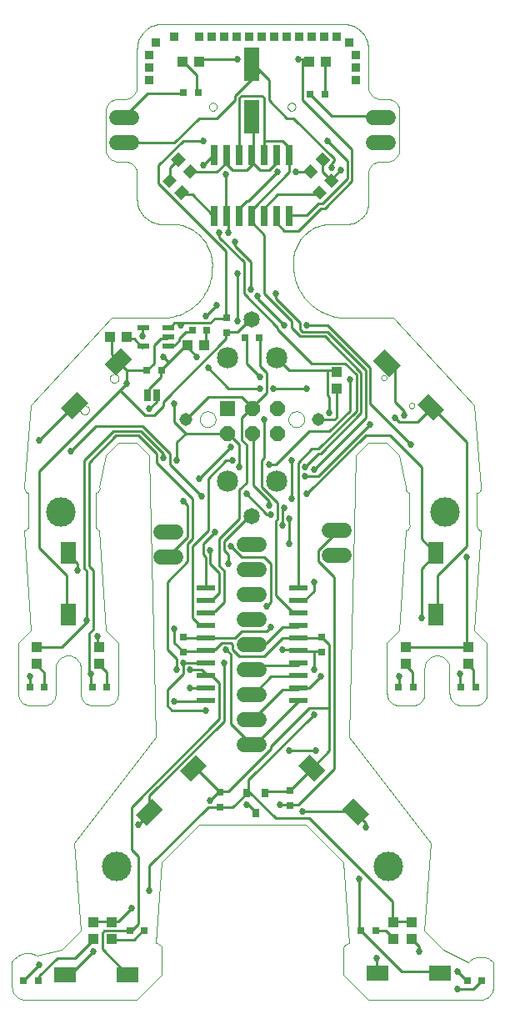
<source format=gtl>
G75*
%MOIN*%
%OFA0B0*%
%FSLAX24Y24*%
%IPPOS*%
%LPD*%
%AMOC8*
5,1,8,0,0,1.08239X$1,22.5*
%
%ADD10C,0.0000*%
%ADD11R,0.0315X0.0354*%
%ADD12R,0.0315X0.0315*%
%ADD13R,0.0780X0.0220*%
%ADD14C,0.1181*%
%ADD15R,0.0394X0.0433*%
%ADD16R,0.0600X0.0600*%
%ADD17OC8,0.0600*%
%ADD18R,0.0630X0.1378*%
%ADD19R,0.0906X0.0630*%
%ADD20R,0.0630X0.0906*%
%ADD21C,0.0650*%
%ADD22C,0.0850*%
%ADD23C,0.0515*%
%ADD24C,0.0600*%
%ADD25R,0.0433X0.0394*%
%ADD26R,0.0260X0.0800*%
%ADD27R,0.0472X0.0217*%
%ADD28R,0.0250X0.0500*%
%ADD29C,0.0090*%
%ADD30C,0.0270*%
%ADD31R,0.0356X0.0356*%
D10*
X000100Y000600D02*
X000100Y001600D01*
X000128Y001644D01*
X000160Y001685D01*
X000194Y001724D01*
X000231Y001761D01*
X000270Y001795D01*
X000312Y001826D01*
X000356Y001854D01*
X000402Y001878D01*
X000449Y001900D01*
X000498Y001918D01*
X000548Y001932D01*
X000599Y001943D01*
X000651Y001950D01*
X000703Y001954D01*
X000755Y001953D01*
X000806Y001949D01*
X000858Y001942D01*
X000909Y001930D01*
X000959Y001916D01*
X001007Y001897D01*
X001055Y001875D01*
X001100Y001850D01*
X002100Y002100D01*
X002850Y002850D01*
X002600Y006350D01*
X005850Y010600D01*
X005600Y021850D01*
X005100Y022350D01*
X004350Y022350D01*
X003850Y021850D01*
X003600Y020600D01*
X003605Y020573D01*
X003606Y020547D01*
X003604Y020520D01*
X003598Y020493D01*
X003589Y020468D01*
X003577Y020444D01*
X003561Y020422D01*
X003543Y020402D01*
X003523Y020384D01*
X003500Y020370D01*
X003476Y020358D01*
X003450Y020350D01*
X003450Y019100D01*
X003445Y019073D01*
X003444Y019047D01*
X003446Y019020D01*
X003452Y018993D01*
X003461Y018968D01*
X003473Y018944D01*
X003489Y018922D01*
X003507Y018902D01*
X003527Y018884D01*
X003550Y018870D01*
X003574Y018858D01*
X003600Y018850D01*
X003850Y014850D01*
X004350Y014350D01*
X004350Y012350D01*
X004348Y012306D01*
X004342Y012263D01*
X004333Y012221D01*
X004320Y012179D01*
X004303Y012139D01*
X004283Y012100D01*
X004260Y012063D01*
X004233Y012029D01*
X004204Y011996D01*
X004171Y011967D01*
X004137Y011940D01*
X004100Y011917D01*
X004061Y011897D01*
X004021Y011880D01*
X003979Y011867D01*
X003937Y011858D01*
X003894Y011852D01*
X003850Y011850D01*
X003350Y011850D01*
X003306Y011852D01*
X003263Y011858D01*
X003221Y011867D01*
X003179Y011880D01*
X003139Y011897D01*
X003100Y011917D01*
X003063Y011940D01*
X003029Y011967D01*
X002996Y011996D01*
X002967Y012029D01*
X002940Y012063D01*
X002917Y012100D01*
X002897Y012139D01*
X002880Y012179D01*
X002867Y012221D01*
X002858Y012263D01*
X002852Y012306D01*
X002850Y012350D01*
X002850Y013350D01*
X002350Y013850D02*
X002306Y013848D01*
X002263Y013842D01*
X002221Y013833D01*
X002179Y013820D01*
X002139Y013803D01*
X002100Y013783D01*
X002063Y013760D01*
X002029Y013733D01*
X001996Y013704D01*
X001967Y013671D01*
X001940Y013637D01*
X001917Y013600D01*
X001897Y013561D01*
X001880Y013521D01*
X001867Y013479D01*
X001858Y013437D01*
X001852Y013394D01*
X001850Y013350D01*
X001850Y012350D01*
X001848Y012306D01*
X001842Y012263D01*
X001833Y012221D01*
X001820Y012179D01*
X001803Y012139D01*
X001783Y012100D01*
X001760Y012063D01*
X001733Y012029D01*
X001704Y011996D01*
X001671Y011967D01*
X001637Y011940D01*
X001600Y011917D01*
X001561Y011897D01*
X001521Y011880D01*
X001479Y011867D01*
X001437Y011858D01*
X001394Y011852D01*
X001350Y011850D01*
X000850Y011850D01*
X000806Y011852D01*
X000763Y011858D01*
X000721Y011867D01*
X000679Y011880D01*
X000639Y011897D01*
X000600Y011917D01*
X000563Y011940D01*
X000529Y011967D01*
X000496Y011996D01*
X000467Y012029D01*
X000440Y012063D01*
X000417Y012100D01*
X000397Y012139D01*
X000380Y012179D01*
X000367Y012221D01*
X000358Y012263D01*
X000352Y012306D01*
X000350Y012350D01*
X000350Y014350D01*
X000850Y014850D01*
X000600Y018850D01*
X000626Y018858D01*
X000650Y018870D01*
X000673Y018884D01*
X000693Y018902D01*
X000711Y018922D01*
X000727Y018944D01*
X000739Y018968D01*
X000748Y018993D01*
X000754Y019020D01*
X000756Y019047D01*
X000755Y019073D01*
X000750Y019100D01*
X000750Y020350D01*
X000724Y020358D01*
X000700Y020370D01*
X000677Y020384D01*
X000657Y020402D01*
X000639Y020422D01*
X000623Y020444D01*
X000611Y020468D01*
X000602Y020493D01*
X000596Y020520D01*
X000594Y020547D01*
X000595Y020573D01*
X000600Y020600D01*
X000850Y023850D01*
X004100Y027350D01*
X006100Y027350D01*
X006187Y027352D01*
X006274Y027358D01*
X006361Y027367D01*
X006447Y027380D01*
X006533Y027397D01*
X006618Y027418D01*
X006701Y027443D01*
X006784Y027471D01*
X006865Y027502D01*
X006945Y027537D01*
X007023Y027576D01*
X007100Y027618D01*
X007175Y027663D01*
X007247Y027712D01*
X007318Y027763D01*
X007386Y027818D01*
X007451Y027875D01*
X007514Y027936D01*
X007575Y027999D01*
X007632Y028064D01*
X007687Y028132D01*
X007738Y028203D01*
X007787Y028275D01*
X007832Y028350D01*
X007874Y028427D01*
X007913Y028505D01*
X007948Y028585D01*
X007979Y028666D01*
X008007Y028749D01*
X008032Y028832D01*
X008053Y028917D01*
X008070Y029003D01*
X008083Y029089D01*
X008092Y029176D01*
X008098Y029263D01*
X008100Y029350D01*
X006600Y031100D02*
X006100Y031100D01*
X006040Y031102D01*
X005979Y031107D01*
X005920Y031116D01*
X005861Y031129D01*
X005802Y031145D01*
X005745Y031165D01*
X005690Y031188D01*
X005635Y031215D01*
X005583Y031244D01*
X005532Y031277D01*
X005483Y031313D01*
X005437Y031351D01*
X005393Y031393D01*
X005351Y031437D01*
X005313Y031483D01*
X005277Y031532D01*
X005244Y031583D01*
X005215Y031635D01*
X005188Y031690D01*
X005165Y031745D01*
X005145Y031802D01*
X005129Y031861D01*
X005116Y031920D01*
X005107Y031979D01*
X005102Y032040D01*
X005100Y032100D01*
X005100Y033100D01*
X005098Y033144D01*
X005092Y033187D01*
X005083Y033229D01*
X005070Y033271D01*
X005053Y033311D01*
X005033Y033350D01*
X005010Y033387D01*
X004983Y033421D01*
X004954Y033454D01*
X004921Y033483D01*
X004887Y033510D01*
X004850Y033533D01*
X004811Y033553D01*
X004771Y033570D01*
X004729Y033583D01*
X004687Y033592D01*
X004644Y033598D01*
X004600Y033600D01*
X004350Y033600D01*
X004306Y033602D01*
X004263Y033608D01*
X004221Y033617D01*
X004179Y033630D01*
X004139Y033647D01*
X004100Y033667D01*
X004063Y033690D01*
X004029Y033717D01*
X003996Y033746D01*
X003967Y033779D01*
X003940Y033813D01*
X003917Y033850D01*
X003897Y033889D01*
X003880Y033929D01*
X003867Y033971D01*
X003858Y034013D01*
X003852Y034056D01*
X003850Y034100D01*
X003850Y035600D01*
X003852Y035644D01*
X003858Y035687D01*
X003867Y035729D01*
X003880Y035771D01*
X003897Y035811D01*
X003917Y035850D01*
X003940Y035887D01*
X003967Y035921D01*
X003996Y035954D01*
X004029Y035983D01*
X004063Y036010D01*
X004100Y036033D01*
X004139Y036053D01*
X004179Y036070D01*
X004221Y036083D01*
X004263Y036092D01*
X004306Y036098D01*
X004350Y036100D01*
X004600Y036100D01*
X004644Y036102D01*
X004687Y036108D01*
X004729Y036117D01*
X004771Y036130D01*
X004811Y036147D01*
X004850Y036167D01*
X004887Y036190D01*
X004921Y036217D01*
X004954Y036246D01*
X004983Y036279D01*
X005010Y036313D01*
X005033Y036350D01*
X005053Y036389D01*
X005070Y036429D01*
X005083Y036471D01*
X005092Y036513D01*
X005098Y036556D01*
X005100Y036600D01*
X005100Y038100D01*
X005102Y038160D01*
X005107Y038221D01*
X005116Y038280D01*
X005129Y038339D01*
X005145Y038398D01*
X005165Y038455D01*
X005188Y038510D01*
X005215Y038565D01*
X005244Y038617D01*
X005277Y038668D01*
X005313Y038717D01*
X005351Y038763D01*
X005393Y038807D01*
X005437Y038849D01*
X005483Y038887D01*
X005532Y038923D01*
X005583Y038956D01*
X005635Y038985D01*
X005690Y039012D01*
X005745Y039035D01*
X005802Y039055D01*
X005861Y039071D01*
X005920Y039084D01*
X005979Y039093D01*
X006040Y039098D01*
X006100Y039100D01*
X013350Y039100D01*
X013410Y039098D01*
X013471Y039093D01*
X013530Y039084D01*
X013589Y039071D01*
X013648Y039055D01*
X013705Y039035D01*
X013760Y039012D01*
X013815Y038985D01*
X013867Y038956D01*
X013918Y038923D01*
X013967Y038887D01*
X014013Y038849D01*
X014057Y038807D01*
X014099Y038763D01*
X014137Y038717D01*
X014173Y038668D01*
X014206Y038617D01*
X014235Y038565D01*
X014262Y038510D01*
X014285Y038455D01*
X014305Y038398D01*
X014321Y038339D01*
X014334Y038280D01*
X014343Y038221D01*
X014348Y038160D01*
X014350Y038100D01*
X014350Y036600D01*
X014352Y036556D01*
X014358Y036513D01*
X014367Y036471D01*
X014380Y036429D01*
X014397Y036389D01*
X014417Y036350D01*
X014440Y036313D01*
X014467Y036279D01*
X014496Y036246D01*
X014529Y036217D01*
X014563Y036190D01*
X014600Y036167D01*
X014639Y036147D01*
X014679Y036130D01*
X014721Y036117D01*
X014763Y036108D01*
X014806Y036102D01*
X014850Y036100D01*
X015100Y036100D01*
X015144Y036098D01*
X015187Y036092D01*
X015229Y036083D01*
X015271Y036070D01*
X015311Y036053D01*
X015350Y036033D01*
X015387Y036010D01*
X015421Y035983D01*
X015454Y035954D01*
X015483Y035921D01*
X015510Y035887D01*
X015533Y035850D01*
X015553Y035811D01*
X015570Y035771D01*
X015583Y035729D01*
X015592Y035687D01*
X015598Y035644D01*
X015600Y035600D01*
X015600Y034100D01*
X015598Y034056D01*
X015592Y034013D01*
X015583Y033971D01*
X015570Y033929D01*
X015553Y033889D01*
X015533Y033850D01*
X015510Y033813D01*
X015483Y033779D01*
X015454Y033746D01*
X015421Y033717D01*
X015387Y033690D01*
X015350Y033667D01*
X015311Y033647D01*
X015271Y033630D01*
X015229Y033617D01*
X015187Y033608D01*
X015144Y033602D01*
X015100Y033600D01*
X014850Y033600D01*
X014806Y033598D01*
X014763Y033592D01*
X014721Y033583D01*
X014679Y033570D01*
X014639Y033553D01*
X014600Y033533D01*
X014563Y033510D01*
X014529Y033483D01*
X014496Y033454D01*
X014467Y033421D01*
X014440Y033387D01*
X014417Y033350D01*
X014397Y033311D01*
X014380Y033271D01*
X014367Y033229D01*
X014358Y033187D01*
X014352Y033144D01*
X014350Y033100D01*
X014350Y032100D01*
X013600Y031100D02*
X012850Y031100D01*
X013600Y031100D02*
X013657Y031110D01*
X013713Y031124D01*
X013768Y031141D01*
X013822Y031162D01*
X013875Y031187D01*
X013925Y031214D01*
X013974Y031245D01*
X014021Y031280D01*
X014065Y031317D01*
X014107Y031357D01*
X014146Y031399D01*
X014182Y031445D01*
X014215Y031492D01*
X014245Y031541D01*
X014272Y031593D01*
X014295Y031646D01*
X014315Y031700D01*
X014331Y031756D01*
X014344Y031812D01*
X014353Y031869D01*
X014358Y031927D01*
X014359Y031985D01*
X014356Y032043D01*
X014350Y032100D01*
X011350Y029600D02*
X011346Y029510D01*
X011347Y029419D01*
X011351Y029329D01*
X011359Y029239D01*
X011371Y029149D01*
X011387Y029060D01*
X011406Y028972D01*
X011429Y028885D01*
X011456Y028799D01*
X011487Y028713D01*
X011521Y028630D01*
X011559Y028548D01*
X011600Y028467D01*
X011644Y028388D01*
X011692Y028312D01*
X011743Y028237D01*
X011797Y028165D01*
X011854Y028095D01*
X011914Y028027D01*
X011977Y027962D01*
X012043Y027900D01*
X012111Y027841D01*
X012181Y027784D01*
X012254Y027731D01*
X012329Y027681D01*
X012407Y027634D01*
X012486Y027590D01*
X012567Y027550D01*
X012649Y027513D01*
X012733Y027479D01*
X012818Y027450D01*
X012905Y027424D01*
X012993Y027401D01*
X013081Y027383D01*
X013170Y027368D01*
X013260Y027357D01*
X013350Y027350D01*
X015350Y027350D01*
X018600Y023850D01*
X018850Y020600D01*
X018855Y020573D01*
X018856Y020547D01*
X018854Y020520D01*
X018848Y020493D01*
X018839Y020468D01*
X018827Y020444D01*
X018811Y020422D01*
X018793Y020402D01*
X018773Y020384D01*
X018750Y020370D01*
X018726Y020358D01*
X018700Y020350D01*
X018700Y019100D01*
X018695Y019073D01*
X018694Y019047D01*
X018696Y019020D01*
X018702Y018993D01*
X018711Y018968D01*
X018723Y018944D01*
X018739Y018922D01*
X018757Y018902D01*
X018777Y018884D01*
X018800Y018870D01*
X018824Y018858D01*
X018850Y018850D01*
X018600Y014850D01*
X019100Y014350D01*
X019100Y012350D01*
X019098Y012306D01*
X019092Y012263D01*
X019083Y012221D01*
X019070Y012179D01*
X019053Y012139D01*
X019033Y012100D01*
X019010Y012063D01*
X018983Y012029D01*
X018954Y011996D01*
X018921Y011967D01*
X018887Y011940D01*
X018850Y011917D01*
X018811Y011897D01*
X018771Y011880D01*
X018729Y011867D01*
X018687Y011858D01*
X018644Y011852D01*
X018600Y011850D01*
X018100Y011850D01*
X018056Y011852D01*
X018013Y011858D01*
X017971Y011867D01*
X017929Y011880D01*
X017889Y011897D01*
X017850Y011917D01*
X017813Y011940D01*
X017779Y011967D01*
X017746Y011996D01*
X017717Y012029D01*
X017690Y012063D01*
X017667Y012100D01*
X017647Y012139D01*
X017630Y012179D01*
X017617Y012221D01*
X017608Y012263D01*
X017602Y012306D01*
X017600Y012350D01*
X017600Y013350D01*
X017598Y013394D01*
X017592Y013437D01*
X017583Y013479D01*
X017570Y013521D01*
X017553Y013561D01*
X017533Y013600D01*
X017510Y013637D01*
X017483Y013671D01*
X017454Y013704D01*
X017421Y013733D01*
X017387Y013760D01*
X017350Y013783D01*
X017311Y013803D01*
X017271Y013820D01*
X017229Y013833D01*
X017187Y013842D01*
X017144Y013848D01*
X017100Y013850D01*
X017056Y013848D01*
X017013Y013842D01*
X016971Y013833D01*
X016929Y013820D01*
X016889Y013803D01*
X016850Y013783D01*
X016813Y013760D01*
X016779Y013733D01*
X016746Y013704D01*
X016717Y013671D01*
X016690Y013637D01*
X016667Y013600D01*
X016647Y013561D01*
X016630Y013521D01*
X016617Y013479D01*
X016608Y013437D01*
X016602Y013394D01*
X016600Y013350D01*
X016600Y012350D01*
X016598Y012306D01*
X016592Y012263D01*
X016583Y012221D01*
X016570Y012179D01*
X016553Y012139D01*
X016533Y012100D01*
X016510Y012063D01*
X016483Y012029D01*
X016454Y011996D01*
X016421Y011967D01*
X016387Y011940D01*
X016350Y011917D01*
X016311Y011897D01*
X016271Y011880D01*
X016229Y011867D01*
X016187Y011858D01*
X016144Y011852D01*
X016100Y011850D01*
X015600Y011850D01*
X015556Y011852D01*
X015513Y011858D01*
X015471Y011867D01*
X015429Y011880D01*
X015389Y011897D01*
X015350Y011917D01*
X015313Y011940D01*
X015279Y011967D01*
X015246Y011996D01*
X015217Y012029D01*
X015190Y012063D01*
X015167Y012100D01*
X015147Y012139D01*
X015130Y012179D01*
X015117Y012221D01*
X015108Y012263D01*
X015102Y012306D01*
X015100Y012350D01*
X015100Y014350D01*
X015600Y014850D01*
X015850Y018850D01*
X015876Y018858D01*
X015900Y018870D01*
X015923Y018884D01*
X015943Y018902D01*
X015961Y018922D01*
X015977Y018944D01*
X015989Y018968D01*
X015998Y018993D01*
X016004Y019020D01*
X016006Y019047D01*
X016005Y019073D01*
X016000Y019100D01*
X016000Y020350D01*
X015974Y020358D01*
X015950Y020370D01*
X015927Y020384D01*
X015907Y020402D01*
X015889Y020422D01*
X015873Y020444D01*
X015861Y020468D01*
X015852Y020493D01*
X015846Y020520D01*
X015844Y020547D01*
X015845Y020573D01*
X015850Y020600D01*
X015600Y021850D01*
X015100Y022350D01*
X014350Y022350D01*
X013850Y021850D01*
X013600Y010600D01*
X016850Y006350D01*
X016600Y002850D01*
X017350Y002100D01*
X018350Y001600D01*
X018387Y001634D01*
X018426Y001666D01*
X018468Y001695D01*
X018511Y001721D01*
X018556Y001743D01*
X018603Y001762D01*
X018651Y001778D01*
X018700Y001791D01*
X018749Y001800D01*
X018800Y001805D01*
X018850Y001807D01*
X018900Y001805D01*
X018951Y001800D01*
X019000Y001791D01*
X019049Y001778D01*
X019097Y001762D01*
X019144Y001743D01*
X019189Y001721D01*
X019232Y001695D01*
X019274Y001666D01*
X019313Y001634D01*
X019350Y001600D01*
X019350Y000600D01*
X019348Y000556D01*
X019342Y000513D01*
X019333Y000471D01*
X019320Y000429D01*
X019303Y000389D01*
X019283Y000350D01*
X019260Y000313D01*
X019233Y000279D01*
X019204Y000246D01*
X019171Y000217D01*
X019137Y000190D01*
X019100Y000167D01*
X019061Y000147D01*
X019021Y000130D01*
X018979Y000117D01*
X018937Y000108D01*
X018894Y000102D01*
X018850Y000100D01*
X014350Y000100D01*
X013350Y001100D01*
X013350Y002100D01*
X013352Y002130D01*
X013357Y002160D01*
X013366Y002189D01*
X013379Y002216D01*
X013394Y002242D01*
X013413Y002266D01*
X013434Y002287D01*
X013458Y002306D01*
X013484Y002321D01*
X013511Y002334D01*
X013540Y002343D01*
X013570Y002348D01*
X013600Y002350D01*
X013350Y005600D01*
X011850Y007100D01*
X007600Y007100D01*
X006100Y005600D01*
X005850Y002350D01*
X005880Y002348D01*
X005910Y002343D01*
X005939Y002334D01*
X005966Y002321D01*
X005992Y002306D01*
X006016Y002287D01*
X006037Y002266D01*
X006056Y002242D01*
X006071Y002216D01*
X006084Y002189D01*
X006093Y002160D01*
X006098Y002130D01*
X006100Y002100D01*
X006100Y001100D01*
X005100Y000100D01*
X000600Y000100D01*
X000556Y000102D01*
X000513Y000108D01*
X000471Y000117D01*
X000429Y000130D01*
X000389Y000147D01*
X000350Y000167D01*
X000313Y000190D01*
X000279Y000217D01*
X000246Y000246D01*
X000217Y000279D01*
X000190Y000313D01*
X000167Y000350D01*
X000147Y000389D01*
X000130Y000429D01*
X000117Y000471D01*
X000108Y000513D01*
X000102Y000556D01*
X000100Y000600D01*
X002850Y013350D02*
X002848Y013394D01*
X002842Y013437D01*
X002833Y013479D01*
X002820Y013521D01*
X002803Y013561D01*
X002783Y013600D01*
X002760Y013637D01*
X002733Y013671D01*
X002704Y013704D01*
X002671Y013733D01*
X002637Y013760D01*
X002600Y013783D01*
X002561Y013803D01*
X002521Y013820D01*
X002479Y013833D01*
X002437Y013842D01*
X002394Y013848D01*
X002350Y013850D01*
X002832Y023667D02*
X002834Y023693D01*
X002840Y023719D01*
X002850Y023744D01*
X002863Y023767D01*
X002879Y023787D01*
X002899Y023805D01*
X002921Y023820D01*
X002944Y023832D01*
X002970Y023840D01*
X002996Y023844D01*
X003022Y023844D01*
X003048Y023840D01*
X003074Y023832D01*
X003098Y023820D01*
X003119Y023805D01*
X003139Y023787D01*
X003155Y023767D01*
X003168Y023744D01*
X003178Y023719D01*
X003184Y023693D01*
X003186Y023667D01*
X003184Y023641D01*
X003178Y023615D01*
X003168Y023590D01*
X003155Y023567D01*
X003139Y023547D01*
X003119Y023529D01*
X003097Y023514D01*
X003074Y023502D01*
X003048Y023494D01*
X003022Y023490D01*
X002996Y023490D01*
X002970Y023494D01*
X002944Y023502D01*
X002920Y023514D01*
X002899Y023529D01*
X002879Y023547D01*
X002863Y023567D01*
X002850Y023590D01*
X002840Y023615D01*
X002834Y023641D01*
X002832Y023667D01*
X004014Y024933D02*
X004016Y024959D01*
X004022Y024985D01*
X004032Y025010D01*
X004045Y025033D01*
X004061Y025053D01*
X004081Y025071D01*
X004103Y025086D01*
X004126Y025098D01*
X004152Y025106D01*
X004178Y025110D01*
X004204Y025110D01*
X004230Y025106D01*
X004256Y025098D01*
X004280Y025086D01*
X004301Y025071D01*
X004321Y025053D01*
X004337Y025033D01*
X004350Y025010D01*
X004360Y024985D01*
X004366Y024959D01*
X004368Y024933D01*
X004366Y024907D01*
X004360Y024881D01*
X004350Y024856D01*
X004337Y024833D01*
X004321Y024813D01*
X004301Y024795D01*
X004279Y024780D01*
X004256Y024768D01*
X004230Y024760D01*
X004204Y024756D01*
X004178Y024756D01*
X004152Y024760D01*
X004126Y024768D01*
X004102Y024780D01*
X004081Y024795D01*
X004061Y024813D01*
X004045Y024833D01*
X004032Y024856D01*
X004022Y024881D01*
X004016Y024907D01*
X004014Y024933D01*
X008100Y029350D02*
X008104Y029430D01*
X008105Y029510D01*
X008101Y029590D01*
X008093Y029669D01*
X008082Y029749D01*
X008067Y029827D01*
X008047Y029905D01*
X008024Y029981D01*
X007998Y030057D01*
X007967Y030131D01*
X007933Y030203D01*
X007896Y030274D01*
X007855Y030343D01*
X007811Y030409D01*
X007763Y030474D01*
X007713Y030536D01*
X007659Y030595D01*
X007603Y030652D01*
X007544Y030706D01*
X007482Y030757D01*
X007418Y030805D01*
X007351Y030849D01*
X007283Y030891D01*
X007212Y030929D01*
X007140Y030963D01*
X007066Y030994D01*
X006991Y031021D01*
X006915Y031045D01*
X006837Y031064D01*
X006759Y031080D01*
X006680Y031092D01*
X006600Y031100D01*
X007973Y035788D02*
X007975Y035813D01*
X007981Y035837D01*
X007990Y035859D01*
X008003Y035880D01*
X008019Y035899D01*
X008038Y035915D01*
X008059Y035928D01*
X008081Y035937D01*
X008105Y035943D01*
X008130Y035945D01*
X008155Y035943D01*
X008179Y035937D01*
X008201Y035928D01*
X008222Y035915D01*
X008241Y035899D01*
X008257Y035880D01*
X008270Y035859D01*
X008279Y035837D01*
X008285Y035813D01*
X008287Y035788D01*
X008285Y035763D01*
X008279Y035739D01*
X008270Y035717D01*
X008257Y035696D01*
X008241Y035677D01*
X008222Y035661D01*
X008201Y035648D01*
X008179Y035639D01*
X008155Y035633D01*
X008130Y035631D01*
X008105Y035633D01*
X008081Y035639D01*
X008059Y035648D01*
X008038Y035661D01*
X008019Y035677D01*
X008003Y035696D01*
X007990Y035717D01*
X007981Y035739D01*
X007975Y035763D01*
X007973Y035788D01*
X011123Y035788D02*
X011125Y035813D01*
X011131Y035837D01*
X011140Y035859D01*
X011153Y035880D01*
X011169Y035899D01*
X011188Y035915D01*
X011209Y035928D01*
X011231Y035937D01*
X011255Y035943D01*
X011280Y035945D01*
X011305Y035943D01*
X011329Y035937D01*
X011351Y035928D01*
X011372Y035915D01*
X011391Y035899D01*
X011407Y035880D01*
X011420Y035859D01*
X011429Y035837D01*
X011435Y035813D01*
X011437Y035788D01*
X011435Y035763D01*
X011429Y035739D01*
X011420Y035717D01*
X011407Y035696D01*
X011391Y035677D01*
X011372Y035661D01*
X011351Y035648D01*
X011329Y035639D01*
X011305Y035633D01*
X011280Y035631D01*
X011255Y035633D01*
X011231Y035639D01*
X011209Y035648D01*
X011188Y035661D01*
X011169Y035677D01*
X011153Y035696D01*
X011140Y035717D01*
X011131Y035739D01*
X011125Y035763D01*
X011123Y035788D01*
X012850Y031100D02*
X012774Y031098D01*
X012698Y031092D01*
X012623Y031083D01*
X012548Y031069D01*
X012474Y031052D01*
X012401Y031031D01*
X012329Y031007D01*
X012258Y030978D01*
X012189Y030947D01*
X012122Y030912D01*
X012057Y030873D01*
X011993Y030831D01*
X011932Y030786D01*
X011873Y030738D01*
X011817Y030687D01*
X011763Y030633D01*
X011712Y030577D01*
X011664Y030518D01*
X011619Y030457D01*
X011577Y030393D01*
X011538Y030328D01*
X011503Y030261D01*
X011472Y030192D01*
X011443Y030121D01*
X011419Y030049D01*
X011398Y029976D01*
X011381Y029902D01*
X011367Y029827D01*
X011358Y029752D01*
X011352Y029676D01*
X011350Y029600D01*
X011157Y023300D02*
X011159Y023335D01*
X011165Y023370D01*
X011175Y023404D01*
X011188Y023437D01*
X011205Y023468D01*
X011226Y023496D01*
X011249Y023523D01*
X011276Y023546D01*
X011304Y023567D01*
X011335Y023584D01*
X011368Y023597D01*
X011402Y023607D01*
X011437Y023613D01*
X011472Y023615D01*
X011507Y023613D01*
X011542Y023607D01*
X011576Y023597D01*
X011609Y023584D01*
X011640Y023567D01*
X011668Y023546D01*
X011695Y023523D01*
X011718Y023496D01*
X011739Y023468D01*
X011756Y023437D01*
X011769Y023404D01*
X011779Y023370D01*
X011785Y023335D01*
X011787Y023300D01*
X011785Y023265D01*
X011779Y023230D01*
X011769Y023196D01*
X011756Y023163D01*
X011739Y023132D01*
X011718Y023104D01*
X011695Y023077D01*
X011668Y023054D01*
X011640Y023033D01*
X011609Y023016D01*
X011576Y023003D01*
X011542Y022993D01*
X011507Y022987D01*
X011472Y022985D01*
X011437Y022987D01*
X011402Y022993D01*
X011368Y023003D01*
X011335Y023016D01*
X011304Y023033D01*
X011276Y023054D01*
X011249Y023077D01*
X011226Y023104D01*
X011205Y023132D01*
X011188Y023163D01*
X011175Y023196D01*
X011165Y023230D01*
X011159Y023265D01*
X011157Y023300D01*
X007613Y023300D02*
X007615Y023335D01*
X007621Y023370D01*
X007631Y023404D01*
X007644Y023437D01*
X007661Y023468D01*
X007682Y023496D01*
X007705Y023523D01*
X007732Y023546D01*
X007760Y023567D01*
X007791Y023584D01*
X007824Y023597D01*
X007858Y023607D01*
X007893Y023613D01*
X007928Y023615D01*
X007963Y023613D01*
X007998Y023607D01*
X008032Y023597D01*
X008065Y023584D01*
X008096Y023567D01*
X008124Y023546D01*
X008151Y023523D01*
X008174Y023496D01*
X008195Y023468D01*
X008212Y023437D01*
X008225Y023404D01*
X008235Y023370D01*
X008241Y023335D01*
X008243Y023300D01*
X008241Y023265D01*
X008235Y023230D01*
X008225Y023196D01*
X008212Y023163D01*
X008195Y023132D01*
X008174Y023104D01*
X008151Y023077D01*
X008124Y023054D01*
X008096Y023033D01*
X008065Y023016D01*
X008032Y023003D01*
X007998Y022993D01*
X007963Y022987D01*
X007928Y022985D01*
X007893Y022987D01*
X007858Y022993D01*
X007824Y023003D01*
X007791Y023016D01*
X007760Y023033D01*
X007732Y023054D01*
X007705Y023077D01*
X007682Y023104D01*
X007661Y023132D01*
X007644Y023163D01*
X007631Y023196D01*
X007621Y023230D01*
X007615Y023265D01*
X007613Y023300D01*
X014867Y024958D02*
X014869Y024978D01*
X014875Y024998D01*
X014884Y025016D01*
X014897Y025033D01*
X014912Y025046D01*
X014930Y025056D01*
X014950Y025063D01*
X014970Y025066D01*
X014990Y025065D01*
X015010Y025060D01*
X015029Y025052D01*
X015046Y025040D01*
X015060Y025025D01*
X015071Y025007D01*
X015079Y024988D01*
X015083Y024968D01*
X015083Y024948D01*
X015079Y024928D01*
X015071Y024909D01*
X015060Y024891D01*
X015046Y024876D01*
X015029Y024864D01*
X015010Y024856D01*
X014990Y024851D01*
X014970Y024850D01*
X014950Y024853D01*
X014930Y024860D01*
X014912Y024870D01*
X014897Y024883D01*
X014884Y024900D01*
X014875Y024918D01*
X014869Y024938D01*
X014867Y024958D01*
X015980Y023845D02*
X015982Y023865D01*
X015988Y023885D01*
X015997Y023903D01*
X016010Y023920D01*
X016025Y023933D01*
X016043Y023943D01*
X016063Y023950D01*
X016083Y023953D01*
X016103Y023952D01*
X016123Y023947D01*
X016142Y023939D01*
X016159Y023927D01*
X016173Y023912D01*
X016184Y023894D01*
X016192Y023875D01*
X016196Y023855D01*
X016196Y023835D01*
X016192Y023815D01*
X016184Y023796D01*
X016173Y023778D01*
X016159Y023763D01*
X016142Y023751D01*
X016123Y023743D01*
X016103Y023738D01*
X016083Y023737D01*
X016063Y023740D01*
X016043Y023747D01*
X016025Y023757D01*
X016010Y023770D01*
X015997Y023787D01*
X015988Y023805D01*
X015982Y023825D01*
X015980Y023845D01*
D11*
X010224Y008369D03*
X009850Y007542D03*
X009476Y008369D03*
D12*
X008413Y008400D03*
X008413Y007800D03*
X011225Y007863D03*
X011225Y008463D03*
X012500Y014000D03*
X012500Y014600D03*
X015555Y012600D03*
X016145Y012600D03*
X018055Y012600D03*
X018645Y012600D03*
X014645Y002850D03*
X014055Y002850D03*
X018305Y000850D03*
X018895Y000850D03*
X006950Y014000D03*
X006950Y014600D03*
X003895Y012600D03*
X003305Y012600D03*
X001395Y012600D03*
X000805Y012600D03*
X004805Y002850D03*
X005395Y002850D03*
X001145Y000850D03*
X000555Y000850D03*
X005500Y025250D03*
X006100Y025250D03*
X007305Y026850D03*
X007895Y026850D03*
X008700Y026750D03*
X008700Y027350D03*
X009405Y026550D03*
X009995Y026550D03*
X012017Y036288D03*
X012608Y036288D03*
X007545Y036350D03*
X006955Y036350D03*
D13*
X007863Y016550D03*
X007863Y016050D03*
X007863Y015550D03*
X007863Y015050D03*
X007863Y014550D03*
X007863Y014050D03*
X007863Y013550D03*
X007863Y013050D03*
X007863Y012550D03*
X007863Y012050D03*
X011563Y012050D03*
X011563Y012550D03*
X011563Y013050D03*
X011563Y013550D03*
X011563Y014050D03*
X011563Y014550D03*
X011563Y015050D03*
X011563Y015550D03*
X011563Y016050D03*
X011563Y016550D03*
D14*
X017413Y019600D03*
X015163Y005413D03*
X004288Y005413D03*
X002038Y019600D03*
D15*
X004015Y026600D03*
X004685Y026600D03*
X007115Y026250D03*
X007785Y026250D03*
G36*
X006890Y032655D02*
X007169Y032376D01*
X006864Y032071D01*
X006585Y032350D01*
X006890Y032655D01*
G37*
G36*
X006416Y033129D02*
X006695Y032850D01*
X006390Y032545D01*
X006111Y032824D01*
X006416Y033129D01*
G37*
G36*
X006740Y033395D02*
X006461Y033674D01*
X006766Y033979D01*
X007045Y033700D01*
X006740Y033395D01*
G37*
G36*
X007214Y032921D02*
X006935Y033200D01*
X007240Y033505D01*
X007519Y033226D01*
X007214Y032921D01*
G37*
X006915Y037600D03*
X007585Y037600D03*
X011978Y037600D03*
X012647Y037600D03*
G36*
X012819Y033674D02*
X012540Y033395D01*
X012235Y033700D01*
X012514Y033979D01*
X012819Y033674D01*
G37*
G36*
X013169Y032824D02*
X012890Y032545D01*
X012585Y032850D01*
X012864Y033129D01*
X013169Y032824D01*
G37*
G36*
X012695Y032350D02*
X012416Y032071D01*
X012111Y032376D01*
X012390Y032655D01*
X012695Y032350D01*
G37*
G36*
X012345Y033200D02*
X012066Y032921D01*
X011761Y033226D01*
X012040Y033505D01*
X012345Y033200D01*
G37*
D16*
X008728Y023738D03*
D17*
X008728Y022738D03*
X009728Y022738D03*
X009728Y023738D03*
X010728Y023738D03*
X010728Y022738D03*
D18*
X009688Y035375D03*
X009688Y037500D03*
D19*
G36*
X003809Y025505D02*
X004449Y026145D01*
X004895Y025699D01*
X004255Y025059D01*
X003809Y025505D01*
G37*
G36*
X002055Y023751D02*
X002695Y024391D01*
X003141Y023945D01*
X002501Y023305D01*
X002055Y023751D01*
G37*
G36*
X006809Y009255D02*
X007449Y009895D01*
X007895Y009449D01*
X007255Y008809D01*
X006809Y009255D01*
G37*
G36*
X005055Y007501D02*
X005695Y008141D01*
X006141Y007695D01*
X005501Y007055D01*
X005055Y007501D01*
G37*
X004715Y001100D03*
X002235Y001100D03*
G36*
X012195Y008821D02*
X011555Y009461D01*
X012001Y009907D01*
X012641Y009267D01*
X012195Y008821D01*
G37*
G36*
X013949Y007068D02*
X013309Y007708D01*
X013755Y008154D01*
X014395Y007514D01*
X013949Y007068D01*
G37*
X014735Y001163D03*
X017215Y001163D03*
G36*
X016755Y024329D02*
X017395Y023689D01*
X016949Y023243D01*
X016309Y023883D01*
X016755Y024329D01*
G37*
G36*
X015001Y026082D02*
X015641Y025442D01*
X015195Y024996D01*
X014555Y025636D01*
X015001Y026082D01*
G37*
D20*
X017038Y017965D03*
X017038Y015485D03*
X002350Y015485D03*
X002350Y017965D03*
D21*
X009700Y019426D03*
X009700Y027300D03*
D22*
X010684Y025761D03*
X008716Y025761D03*
X008716Y020839D03*
X010684Y020839D03*
D23*
X012357Y023300D03*
X007043Y023300D03*
D24*
X006650Y018800D02*
X006050Y018800D01*
X006050Y017800D02*
X006650Y017800D01*
X009400Y017300D02*
X010000Y017300D01*
X010000Y018300D02*
X009400Y018300D01*
X009400Y016300D02*
X010000Y016300D01*
X010000Y015300D02*
X009400Y015300D01*
X009400Y014300D02*
X010000Y014300D01*
X010000Y013300D02*
X009400Y013300D01*
X009400Y012300D02*
X010000Y012300D01*
X010000Y011300D02*
X009400Y011300D01*
X009400Y010300D02*
X010000Y010300D01*
X012800Y017850D02*
X013400Y017850D01*
X013400Y018850D02*
X012800Y018850D01*
X014550Y034350D02*
X015150Y034350D01*
X015150Y035350D02*
X014550Y035350D01*
X004900Y035350D02*
X004300Y035350D01*
X004300Y034350D02*
X004900Y034350D01*
D25*
X013100Y025185D03*
X013100Y024515D03*
X015850Y014185D03*
X015850Y013515D03*
X018350Y013515D03*
X018350Y014185D03*
X016100Y003185D03*
X016100Y002515D03*
X015350Y002515D03*
X015350Y003185D03*
X004100Y003185D03*
X004100Y002515D03*
X003350Y002515D03*
X003350Y003185D03*
X003600Y013515D03*
X003600Y014185D03*
X001100Y014185D03*
X001100Y013515D03*
D26*
X008190Y031440D03*
X008690Y031440D03*
X009190Y031440D03*
X009690Y031440D03*
X010190Y031440D03*
X010690Y031440D03*
X011190Y031440D03*
X011190Y033860D03*
X010690Y033860D03*
X010190Y033860D03*
X009690Y033860D03*
X009190Y033860D03*
X008690Y033860D03*
X008190Y033860D03*
D27*
X006362Y026974D03*
X006362Y026600D03*
X006362Y026226D03*
X005338Y026226D03*
X005338Y026974D03*
D28*
X005523Y024250D03*
X005877Y024250D03*
D29*
X005870Y024180D01*
X005870Y024000D01*
X005600Y023730D01*
X005420Y023460D02*
X004430Y024450D01*
X001190Y021210D01*
X001190Y018150D01*
X002270Y017070D01*
X002270Y015540D01*
X002350Y015485D01*
X003080Y015270D02*
X003080Y017250D01*
X002990Y017340D01*
X002990Y021660D01*
X004160Y022830D01*
X005240Y022830D01*
X006140Y021930D01*
X006140Y021750D01*
X005870Y021930D02*
X005150Y022650D01*
X004250Y022650D01*
X003170Y021570D01*
X003170Y017430D01*
X003350Y017250D01*
X003350Y014910D01*
X003170Y014730D01*
X003170Y013200D01*
X003260Y013110D01*
X003260Y012660D01*
X003305Y012600D01*
X003890Y012660D02*
X003895Y012600D01*
X003890Y012660D02*
X003890Y013200D01*
X003620Y013470D01*
X003600Y013515D01*
X003600Y014185D02*
X003530Y014190D01*
X003530Y014640D01*
X003080Y015180D02*
X003080Y015270D01*
X003080Y015180D02*
X002090Y014190D01*
X001100Y014190D01*
X001100Y014185D01*
X001100Y013515D02*
X001100Y013470D01*
X001370Y013200D01*
X001370Y012660D01*
X001395Y012600D01*
X000830Y012660D02*
X000805Y012600D01*
X000830Y012660D02*
X000830Y013020D01*
X002720Y017250D02*
X002720Y017520D01*
X002360Y017880D01*
X002350Y017965D01*
X002450Y022020D02*
X003440Y023010D01*
X005330Y023010D01*
X006410Y021930D01*
X006410Y021480D01*
X007670Y020220D01*
X007310Y020130D02*
X005870Y021570D01*
X005870Y021930D01*
X006680Y021660D02*
X006680Y022380D01*
X007040Y022740D01*
X008660Y022740D01*
X008728Y022738D01*
X008750Y022740D01*
X009200Y022290D01*
X009200Y021390D01*
X008930Y021660D02*
X008660Y021660D01*
X007940Y020940D01*
X007940Y018870D01*
X007310Y018240D01*
X007310Y015360D01*
X007580Y015090D01*
X007850Y015090D01*
X007863Y015050D01*
X007863Y014550D02*
X009020Y014550D01*
X009290Y014820D01*
X010280Y014820D01*
X010460Y015000D01*
X010910Y015000D02*
X010280Y014370D01*
X009740Y014370D01*
X009700Y014300D01*
X010190Y013830D02*
X010910Y014550D01*
X011563Y014550D01*
X012440Y014550D01*
X012500Y014600D01*
X012530Y014550D01*
X012800Y014280D01*
X012800Y011760D01*
X011990Y011760D01*
X010460Y010230D01*
X010460Y010140D01*
X008750Y008430D01*
X008480Y008430D01*
X008413Y008400D01*
X008390Y008430D01*
X008030Y008070D01*
X007940Y007800D02*
X008413Y007800D01*
X008930Y007800D01*
X009470Y008340D01*
X009476Y008369D01*
X009560Y008430D01*
X009560Y008880D01*
X012170Y011490D01*
X012800Y011760D02*
X012800Y010050D01*
X012170Y009420D01*
X012098Y009364D01*
X012080Y009330D01*
X011270Y008520D01*
X011225Y008463D01*
X011180Y008430D01*
X010280Y008430D01*
X010224Y008369D01*
X009560Y007890D02*
X009830Y007620D01*
X009850Y007542D01*
X009560Y007890D02*
X009470Y007890D01*
X009560Y008430D02*
X010640Y007350D01*
X011990Y007350D01*
X015320Y004020D01*
X015320Y003210D01*
X015350Y003185D01*
X015410Y003210D01*
X016040Y003210D01*
X016100Y003185D01*
X016100Y002515D02*
X016130Y002490D01*
X016400Y002220D01*
X016400Y002040D01*
X015680Y001230D02*
X017210Y001230D01*
X017215Y001163D01*
X017930Y001230D02*
X018290Y000870D01*
X018305Y000850D01*
X018560Y000510D02*
X017930Y000510D01*
X018560Y000510D02*
X018830Y000780D01*
X018895Y000850D01*
X015680Y001230D02*
X014060Y002850D01*
X014055Y002850D01*
X013970Y002850D01*
X013970Y004920D01*
X014240Y006990D02*
X014240Y007170D01*
X013880Y007530D01*
X013852Y007611D01*
X013790Y007620D01*
X011720Y007620D01*
X011540Y007890D02*
X012980Y009330D01*
X012980Y016980D01*
X012350Y017610D01*
X012350Y018060D01*
X013070Y018780D01*
X013100Y018850D01*
X012350Y021030D02*
X011810Y021030D01*
X011810Y021390D02*
X012350Y021930D01*
X012440Y021930D01*
X014060Y023550D01*
X014060Y025170D01*
X012620Y026610D01*
X011630Y026610D01*
X011270Y026970D01*
X011270Y027240D01*
X010190Y028320D01*
X010190Y030660D01*
X009740Y031110D01*
X009740Y031380D01*
X009690Y031440D01*
X009740Y031470D01*
X009740Y031740D01*
X011180Y033180D01*
X011180Y033810D01*
X011190Y033860D01*
X011180Y033900D01*
X011180Y034170D01*
X010910Y034440D01*
X010190Y034440D01*
X010190Y036150D01*
X010100Y036240D01*
X009290Y036240D01*
X009200Y036150D01*
X009200Y033900D01*
X009190Y033860D01*
X008690Y033860D02*
X008660Y033540D01*
X008930Y033270D01*
X009470Y033270D01*
X009740Y033540D01*
X009690Y033860D01*
X009740Y033810D01*
X009740Y033540D01*
X010010Y033270D01*
X010370Y033270D01*
X010640Y033540D01*
X010640Y033810D01*
X010690Y033860D01*
X010190Y033860D02*
X010190Y034440D01*
X009740Y033900D02*
X009690Y033860D01*
X009740Y033900D02*
X009740Y035340D01*
X009688Y035375D01*
X010370Y036060D02*
X010370Y036870D01*
X010010Y037230D01*
X009020Y036240D01*
X009020Y036060D01*
X008300Y035340D01*
X007580Y035340D01*
X006590Y034350D01*
X004600Y034350D01*
X004600Y035350D02*
X004610Y035430D01*
X005510Y036330D01*
X006950Y036330D01*
X006955Y036350D01*
X007490Y036420D02*
X007545Y036350D01*
X007490Y036420D02*
X007490Y037050D01*
X006950Y037590D01*
X006915Y037600D01*
X007585Y037600D02*
X007670Y037680D01*
X009110Y037680D01*
X009688Y037500D02*
X009740Y037500D01*
X010010Y037230D01*
X010370Y036060D02*
X011090Y035340D01*
X011360Y035340D01*
X012980Y033720D01*
X012980Y033630D01*
X012890Y033540D01*
X012890Y033360D01*
X013250Y033270D02*
X012890Y032910D01*
X012877Y032837D01*
X012800Y032910D01*
X012530Y033180D01*
X012530Y033630D01*
X012527Y033687D01*
X012053Y033213D02*
X011990Y033180D01*
X011450Y033180D01*
X010730Y033180D02*
X009560Y032010D01*
X009470Y032010D01*
X009200Y031740D01*
X009200Y031470D01*
X009190Y031440D01*
X008750Y031380D02*
X008750Y030750D01*
X009020Y030390D02*
X009020Y030210D01*
X009650Y029580D01*
X009650Y028500D01*
X009380Y028320D02*
X010730Y026970D01*
X010730Y026880D01*
X012080Y025530D01*
X013430Y025530D01*
X013880Y025080D01*
X013880Y023640D01*
X012350Y022110D01*
X012080Y022110D01*
X011540Y021570D01*
X011540Y016620D01*
X011563Y016550D01*
X011630Y016080D02*
X011563Y016050D01*
X011630Y016080D02*
X011810Y016080D01*
X012170Y016440D01*
X012170Y016800D01*
X011540Y015630D02*
X011563Y015550D01*
X011540Y015630D02*
X011270Y015630D01*
X010640Y016260D01*
X010640Y019230D01*
X010730Y019320D01*
X010730Y019950D01*
X010100Y020580D01*
X010100Y021660D01*
X010190Y021750D01*
X010190Y023280D01*
X009728Y023738D02*
X009650Y023820D01*
X009290Y024180D01*
X007940Y024180D01*
X007130Y023370D01*
X007043Y023300D01*
X006590Y023190D02*
X007040Y022740D01*
X006590Y023190D02*
X006590Y023910D01*
X006140Y023820D02*
X005780Y023460D01*
X005420Y023460D01*
X005523Y024250D02*
X005600Y024270D01*
X005600Y024540D01*
X006050Y024990D01*
X006050Y025170D01*
X006100Y025250D01*
X006050Y025260D01*
X006410Y025620D01*
X006320Y025620D01*
X006140Y025800D01*
X005780Y025530D02*
X005780Y026250D01*
X006050Y026520D01*
X006320Y026520D01*
X006362Y026600D01*
X006410Y026250D02*
X006362Y026226D01*
X006410Y026250D02*
X006590Y026250D01*
X006770Y026430D01*
X006770Y026520D01*
X007040Y026790D01*
X007220Y026790D01*
X007305Y026850D01*
X006860Y027060D02*
X006860Y027150D01*
X008030Y027150D01*
X008210Y027330D01*
X008660Y027330D01*
X008700Y027350D01*
X008660Y027420D01*
X008660Y030030D01*
X005960Y032730D01*
X005960Y033450D01*
X006950Y034440D01*
X007760Y034440D01*
X008190Y033860D02*
X008120Y033810D01*
X007760Y033450D01*
X007310Y033180D02*
X007227Y033213D01*
X007310Y033180D02*
X008300Y033180D01*
X008660Y033540D01*
X008660Y033810D01*
X008690Y033860D01*
X008660Y033090D02*
X008660Y031470D01*
X008690Y031440D01*
X008750Y031380D01*
X008390Y030750D02*
X008390Y030570D01*
X009380Y029580D01*
X009380Y028320D01*
X009110Y029130D02*
X009110Y027240D01*
X009110Y026790D02*
X009650Y027330D01*
X009700Y027300D01*
X009405Y026550D02*
X009470Y026520D01*
X009470Y025530D01*
X010010Y024990D01*
X010280Y025170D02*
X010010Y025440D01*
X010010Y026520D01*
X009995Y026550D01*
X010684Y025761D02*
X010730Y025710D01*
X011180Y025260D01*
X012710Y025260D01*
X012710Y024270D01*
X012800Y024180D01*
X012800Y023550D01*
X012980Y023280D02*
X012440Y023280D01*
X012357Y023300D01*
X011990Y022830D02*
X012800Y022830D01*
X013610Y023640D01*
X013610Y024900D01*
X013100Y025185D02*
X013070Y025260D01*
X012710Y025260D01*
X013100Y024515D02*
X013070Y024450D01*
X013070Y023370D01*
X012980Y023280D01*
X011990Y022830D02*
X010640Y021480D01*
X010370Y021480D01*
X009740Y020670D02*
X009740Y022650D01*
X009728Y022738D01*
X009290Y022470D02*
X009470Y022290D01*
X009470Y020760D01*
X009200Y020490D01*
X009200Y019320D01*
X008390Y018510D01*
X008390Y017430D01*
X008570Y017250D01*
X008570Y015990D01*
X008210Y015630D01*
X007940Y015630D01*
X007863Y015550D01*
X007863Y016050D02*
X007940Y016080D01*
X008120Y016080D01*
X008390Y016350D01*
X008390Y017160D01*
X008030Y017520D01*
X008030Y018060D01*
X007760Y017880D02*
X007850Y017790D01*
X007850Y016620D01*
X007863Y016550D01*
X007760Y017880D02*
X007760Y018330D01*
X008210Y018780D01*
X008570Y018420D02*
X009650Y019500D01*
X009700Y019426D01*
X010280Y019500D02*
X009470Y020310D01*
X009740Y020670D02*
X010370Y020040D01*
X010370Y019860D01*
X010280Y019500D02*
X010460Y019500D01*
X010910Y019680D02*
X010910Y019050D01*
X011180Y019320D02*
X011180Y018330D01*
X010460Y017520D02*
X010190Y017790D01*
X009290Y017790D01*
X008840Y018240D01*
X008570Y018060D02*
X008750Y017880D01*
X008750Y017520D01*
X008570Y018060D02*
X008570Y018420D01*
X007310Y018510D02*
X007310Y020130D01*
X007130Y019860D02*
X006950Y020040D01*
X007130Y019860D02*
X007130Y018600D01*
X006410Y017880D01*
X006350Y017800D01*
X007130Y017610D02*
X006320Y016800D01*
X006320Y014100D01*
X006680Y013740D01*
X006680Y013290D01*
X006950Y013110D02*
X006950Y013560D01*
X007850Y013560D01*
X007863Y013550D01*
X007670Y013290D02*
X007850Y013110D01*
X007863Y013050D01*
X007940Y013020D01*
X008120Y013020D01*
X008390Y012750D01*
X008390Y011310D01*
X004880Y007800D01*
X004880Y006090D01*
X005150Y005820D01*
X005150Y003120D01*
X004880Y002850D01*
X004805Y002850D01*
X003800Y002850D01*
X003710Y002760D01*
X003710Y002130D01*
X004700Y001140D01*
X004715Y001100D01*
X004970Y002490D02*
X004160Y002490D01*
X004100Y002515D01*
X004100Y003185D02*
X004160Y003210D01*
X004340Y003210D01*
X004880Y003750D01*
X005330Y002850D02*
X005395Y002850D01*
X005330Y002850D02*
X004970Y002490D01*
X004100Y003185D02*
X004070Y003210D01*
X003350Y003210D01*
X003350Y003185D01*
X003350Y002515D02*
X003350Y002490D01*
X002630Y001770D01*
X001910Y001770D01*
X001190Y001050D01*
X001190Y000870D01*
X001145Y000850D01*
X000560Y000870D02*
X001190Y001500D01*
X000560Y000870D02*
X000555Y000850D01*
X002235Y001100D02*
X002270Y001140D01*
X002450Y001140D01*
X003350Y002040D01*
X005600Y004470D02*
X005600Y005460D01*
X007940Y007800D01*
X008390Y008430D02*
X007400Y009420D01*
X007352Y009352D01*
X005600Y008250D02*
X008570Y011220D01*
X008570Y013560D01*
X008840Y013920D02*
X008660Y014100D01*
X008840Y013920D02*
X008840Y011130D01*
X009650Y010320D01*
X009700Y010300D01*
X009740Y010230D01*
X011540Y012030D01*
X011563Y012050D01*
X011540Y012480D02*
X011563Y012550D01*
X011630Y012570D01*
X011990Y012570D01*
X012440Y013020D01*
X012170Y013290D02*
X012170Y014010D01*
X012440Y014010D01*
X012500Y014000D01*
X012170Y014010D02*
X011630Y014010D01*
X011563Y014050D01*
X011540Y014100D01*
X010910Y014100D01*
X011563Y013550D02*
X011540Y013470D01*
X009830Y013470D01*
X009740Y013380D01*
X009700Y013300D01*
X010190Y013830D02*
X009200Y013830D01*
X008930Y014100D01*
X008930Y014280D01*
X008840Y014370D01*
X008480Y014370D01*
X008210Y014100D01*
X007940Y014100D01*
X007863Y014050D01*
X007850Y014010D01*
X006950Y014010D01*
X006950Y014000D01*
X006950Y014010D02*
X006590Y014370D01*
X006590Y014910D01*
X006950Y014600D02*
X006950Y014550D01*
X007863Y014550D01*
X007670Y013290D02*
X007220Y013290D01*
X007220Y012570D02*
X007850Y012570D01*
X007863Y012550D01*
X007863Y012050D02*
X007850Y012030D01*
X006590Y012030D01*
X006320Y011850D02*
X006500Y011670D01*
X007850Y011670D01*
X006950Y013110D02*
X006320Y012480D01*
X006320Y011850D01*
X005600Y008250D02*
X005600Y007620D01*
X005598Y007598D01*
X005600Y007530D01*
X005150Y007080D01*
X009700Y011300D02*
X009740Y011310D01*
X010910Y012480D01*
X011540Y012480D01*
X011540Y013020D02*
X011563Y013050D01*
X011540Y013020D02*
X010460Y013020D01*
X009740Y012300D01*
X009700Y012300D01*
X011180Y010050D02*
X012260Y010050D01*
X011540Y007890D02*
X011270Y007890D01*
X011225Y007863D01*
X011180Y007890D01*
X010820Y007890D01*
X010910Y015000D02*
X011540Y015000D01*
X011563Y015050D01*
X010460Y015990D02*
X010460Y017520D01*
X010460Y015990D02*
X010280Y015810D01*
X010910Y019680D02*
X011000Y019770D01*
X011270Y020130D02*
X011270Y021660D01*
X011900Y020310D02*
X014240Y022650D01*
X015230Y022650D01*
X016490Y021390D01*
X016490Y018510D01*
X017030Y017970D01*
X017038Y017965D01*
X017030Y017880D01*
X016490Y017340D01*
X016490Y015360D01*
X017038Y015485D02*
X017120Y015540D01*
X017120Y017070D01*
X018290Y018240D01*
X018290Y022380D01*
X016940Y023730D01*
X016852Y023786D01*
X016850Y023730D01*
X016310Y023190D01*
X015590Y023190D01*
X015410Y023370D01*
X015770Y023460D02*
X015770Y023640D01*
X015410Y024000D01*
X015410Y025260D01*
X015140Y025530D01*
X015098Y025539D01*
X014420Y025350D02*
X012710Y027060D01*
X011900Y027060D01*
X011630Y027150D02*
X011630Y026880D01*
X011720Y026790D01*
X012710Y026790D01*
X014240Y025260D01*
X014240Y023370D01*
X012170Y021300D01*
X012350Y021030D02*
X014420Y023100D01*
X014420Y023910D02*
X014420Y025350D01*
X014420Y023910D02*
X016040Y022290D01*
X018290Y017790D02*
X018290Y014190D01*
X018350Y014185D01*
X018290Y014190D02*
X015860Y014190D01*
X015850Y014185D01*
X015850Y013515D02*
X015860Y013470D01*
X016130Y013200D01*
X016130Y012660D01*
X016145Y012600D01*
X015590Y012660D02*
X015555Y012600D01*
X015590Y012660D02*
X015590Y013020D01*
X018020Y013110D02*
X018020Y012660D01*
X018055Y012600D01*
X018560Y013290D02*
X018380Y013470D01*
X018350Y013515D01*
X018560Y013290D02*
X018560Y012660D01*
X018645Y012600D01*
X015050Y002850D02*
X014645Y002850D01*
X015050Y002850D02*
X015320Y002580D01*
X015350Y002515D01*
X014690Y001770D02*
X014690Y001230D01*
X014735Y001163D01*
X007130Y017610D02*
X007130Y018330D01*
X007310Y018510D01*
X007580Y020940D02*
X008840Y022200D01*
X009290Y022470D02*
X009290Y023370D01*
X009650Y023730D01*
X009728Y023738D01*
X009740Y023820D01*
X010280Y024360D01*
X010280Y025170D01*
X010010Y024540D02*
X008750Y024540D01*
X007940Y025350D01*
X007490Y025800D02*
X007040Y026250D01*
X007115Y026250D01*
X007040Y026250D02*
X006410Y025620D01*
X005780Y025530D02*
X005500Y025250D01*
X005420Y025260D01*
X004700Y025260D01*
X004700Y024720D01*
X004430Y024450D01*
X004700Y025260D02*
X004430Y025530D01*
X004352Y025602D01*
X004340Y025620D01*
X004070Y025890D01*
X004070Y026520D01*
X004015Y026600D01*
X004685Y026600D02*
X004700Y026520D01*
X004970Y026520D01*
X005330Y026160D01*
X005338Y026226D01*
X005330Y026610D02*
X005330Y026970D01*
X005338Y026974D01*
X006362Y026974D02*
X006410Y026970D01*
X006590Y027150D01*
X006860Y027150D01*
X007785Y026250D02*
X007850Y026250D01*
X007850Y026790D01*
X007895Y026850D01*
X007850Y027420D02*
X008300Y027870D01*
X008750Y026790D02*
X008700Y026750D01*
X008660Y026700D01*
X008660Y026520D01*
X006140Y024000D01*
X006140Y023820D01*
X008750Y026790D02*
X009110Y026790D01*
X009920Y028140D02*
X009920Y028230D01*
X009920Y028140D02*
X011000Y027060D01*
X011630Y027150D02*
X010640Y028140D01*
X010640Y028320D01*
X011000Y030840D02*
X011540Y030840D01*
X012440Y031740D01*
X012620Y031740D01*
X013700Y032820D01*
X013700Y034080D01*
X011720Y036060D01*
X011720Y037680D01*
X011540Y037680D01*
X011720Y037680D02*
X011900Y037680D01*
X011978Y037600D01*
X012620Y037590D02*
X012620Y036330D01*
X012608Y036288D01*
X012080Y036240D02*
X012890Y035430D01*
X014780Y035430D01*
X014850Y035350D01*
X013520Y033630D02*
X013520Y032910D01*
X012530Y031920D01*
X012350Y031920D01*
X011900Y031470D01*
X011270Y031470D01*
X011190Y031440D01*
X010730Y031380D02*
X010730Y031110D01*
X011000Y030840D01*
X010730Y031380D02*
X010690Y031440D01*
X010190Y031440D02*
X010190Y031740D01*
X010730Y032280D01*
X012350Y032280D01*
X012403Y032363D01*
X013520Y033630D02*
X012710Y034440D01*
X012080Y036240D02*
X012017Y036288D01*
X012620Y037590D02*
X012647Y037600D01*
X007310Y032280D02*
X008120Y031470D01*
X008190Y031440D01*
X007310Y032280D02*
X006950Y032280D01*
X006877Y032363D01*
X006403Y032837D02*
X006410Y032910D01*
X006410Y033360D01*
X006680Y033630D01*
X006753Y033687D01*
X010550Y024540D02*
X011900Y024540D01*
X002598Y023848D02*
X002540Y023820D01*
X001190Y022470D01*
D30*
X001190Y022470D03*
X002450Y022020D03*
X004700Y024720D03*
X005330Y026610D03*
X006140Y025800D03*
X006860Y027060D03*
X007490Y025800D03*
X007940Y025350D03*
X007850Y027420D03*
X008300Y027870D03*
X009110Y027240D03*
X009650Y028500D03*
X009920Y028230D03*
X010640Y028320D03*
X011000Y027060D03*
X011900Y027060D03*
X011900Y024540D03*
X012800Y023550D03*
X013610Y024900D03*
X014420Y023100D03*
X015410Y023370D03*
X015770Y023460D03*
X016040Y022290D03*
X018290Y017790D03*
X016490Y015360D03*
X015590Y013020D03*
X018020Y013110D03*
X014240Y006990D03*
X013970Y004920D03*
X014690Y001770D03*
X016400Y002040D03*
X017930Y001230D03*
X017930Y000510D03*
X012260Y010050D03*
X012170Y011490D03*
X012440Y013020D03*
X012170Y013290D03*
X010910Y014100D03*
X010460Y015000D03*
X010280Y015810D03*
X011180Y018330D03*
X010910Y019050D03*
X011180Y019320D03*
X011000Y019770D03*
X011270Y020130D03*
X011900Y020310D03*
X011810Y021030D03*
X011810Y021390D03*
X012170Y021300D03*
X011270Y021660D03*
X010370Y021480D03*
X009470Y020310D03*
X009200Y021390D03*
X008930Y021660D03*
X008840Y022200D03*
X007670Y020220D03*
X007580Y020940D03*
X006950Y020040D03*
X006680Y021660D03*
X006140Y021750D03*
X005600Y023730D03*
X006590Y023910D03*
X008210Y018780D03*
X008030Y018060D03*
X008840Y018240D03*
X008750Y017520D03*
X010460Y019500D03*
X010370Y019860D03*
X010190Y023280D03*
X010010Y024540D03*
X010010Y024990D03*
X010550Y024540D03*
X009110Y029130D03*
X009020Y030390D03*
X008750Y030750D03*
X008390Y030750D03*
X008660Y033090D03*
X007760Y033450D03*
X007760Y034440D03*
X009110Y037680D03*
X011540Y037680D03*
X012710Y034440D03*
X012890Y033360D03*
X013250Y033270D03*
X011450Y033180D03*
X010730Y033180D03*
X002720Y017250D03*
X003080Y015270D03*
X003530Y014640D03*
X003260Y013110D03*
X000830Y013020D03*
X005150Y007080D03*
X005600Y004470D03*
X004880Y003750D03*
X003350Y002040D03*
X001190Y001500D03*
X006590Y012030D03*
X007220Y012570D03*
X007220Y013290D03*
X006950Y013560D03*
X006680Y013290D03*
X006590Y014910D03*
X008570Y013560D03*
X008660Y014100D03*
X007850Y011670D03*
X008030Y008070D03*
X009470Y007890D03*
X010820Y007890D03*
X011720Y007620D03*
X011180Y010050D03*
X012170Y016800D03*
D31*
X013850Y036850D03*
X013850Y037350D03*
X013850Y037850D03*
X013600Y038350D03*
X013100Y038600D03*
X012600Y038600D03*
X012100Y038600D03*
X011600Y038600D03*
X011100Y038600D03*
X010600Y038600D03*
X010100Y038600D03*
X009600Y038600D03*
X009100Y038600D03*
X008600Y038600D03*
X008100Y038600D03*
X007600Y038600D03*
X006600Y038600D03*
X005850Y038350D03*
X005600Y037850D03*
X005600Y037350D03*
X005600Y036850D03*
M02*

</source>
